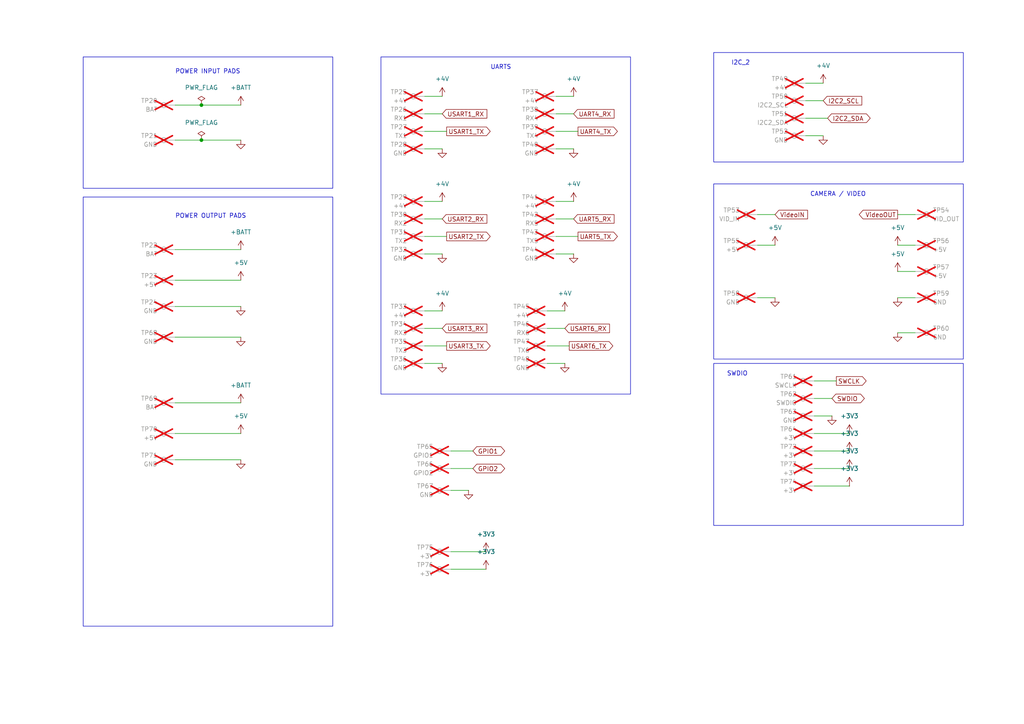
<source format=kicad_sch>
(kicad_sch (version 20231120) (generator "eeschema") (generator_version "8.0")
  (paper "A4")
  (lib_symbols
    (symbol "+5V_1" (power) (pin_numbers hide) (pin_names (offset 0) hide)
      (property "Value" "+5V" (at 0 3.556 0))
      (symbol "+5V_1_0_1"
        (polyline (pts (xy -0.762 1.27) (xy 0 2.54)))
        (polyline (pts (xy 0 0) (xy 0 2.54)))
        (polyline (pts (xy 0 2.54) (xy 0.762 1.27)))
      )
      (symbol "+5V_1_1_1"
        (pin power_in line (at 0 0 90) (length 0) (name "~") (number "1"))
      )
    )
    (symbol "Connector:TestPoint" (pin_numbers hide) (pin_names (offset 0.762) hide)
      (property "Reference" "TP" (at 0 6.858 0))
      (property "Value" "TestPoint" (at 0 5.08 0))
      (symbol "TestPoint_0_1"
        (circle (center 0 3.302) (radius 0.762))
      )
      (symbol "TestPoint_1_1"
        (pin passive line (at 0 0 90) (length 2.54) (name "1") (number "1"))
      )
    )
    (symbol "GND_2" (power) (pin_numbers hide) (pin_names (offset 0) hide)
      (property "Value" "GND" (at 0 -3.81 0))
      (symbol "GND_2_0_1"
        (polyline (pts (xy 0 0) (xy 0 -1.27) (xy 1.27 -1.27) (xy 0 -2.54) (xy -1.27 -1.27) (xy 0 -1.27)))
      )
      (symbol "GND_2_1_1"
        (pin power_in line (at 0 0 270) (length 0) (name "~") (number "1"))
      )
    )
    (symbol "power:+3V3" (power) (pin_numbers hide) (pin_names (offset 0) hide)
      (property "Value" "+3V3" (at 0 3.556 0))
      (symbol "+3V3_0_1"
        (polyline (pts (xy -0.762 1.27) (xy 0 2.54)))
        (polyline (pts (xy 0 0) (xy 0 2.54)))
        (polyline (pts (xy 0 2.54) (xy 0.762 1.27)))
      )
      (symbol "+3V3_1_1"
        (pin power_in line (at 0 0 90) (length 0) (name "~") (number "1"))
      )
    )
    (symbol "power:+4V" (power) (pin_numbers hide) (pin_names (offset 0) hide)
      (property "Value" "+4V" (at 0 3.556 0))
      (symbol "+4V_0_1"
        (polyline (pts (xy -0.762 1.27) (xy 0 2.54)))
        (polyline (pts (xy 0 0) (xy 0 2.54)))
        (polyline (pts (xy 0 2.54) (xy 0.762 1.27)))
      )
      (symbol "+4V_1_1"
        (pin power_in line (at 0 0 90) (length 0) (name "~") (number "1"))
      )
    )
    (symbol "power:+BATT" (power) (pin_numbers hide) (pin_names (offset 0) hide)
      (property "Value" "+BATT" (at 0 3.556 0))
      (symbol "+BATT_0_1"
        (polyline (pts (xy -0.762 1.27) (xy 0 2.54)))
        (polyline (pts (xy 0 0) (xy 0 2.54)))
        (polyline (pts (xy 0 2.54) (xy 0.762 1.27)))
      )
      (symbol "+BATT_1_1"
        (pin power_in line (at 0 0 90) (length 0) (name "~") (number "1"))
      )
    )
    (symbol "power:PWR_FLAG" (power) (pin_numbers hide) (pin_names (offset 0) hide)
      (property "Value" "PWR_FLAG" (at 0 3.81 0))
      (symbol "PWR_FLAG_0_0"
        (pin power_out line (at 0 0 90) (length 0) (name "~") (number "1"))
      )
      (symbol "PWR_FLAG_0_1"
        (polyline (pts (xy 0 0) (xy 0 1.27) (xy -1.016 1.905) (xy 0 2.54) (xy 1.016 1.905) (xy 0 1.27)))
      )
    )
  )
  (junction (at 58.42 30.48))
  (junction (at 58.42 40.64))
  (wire (pts (xy 236.22 120.65) (xy 241.3 120.65)))
  (wire (pts (xy 236.22 125.73) (xy 246.38 125.73)))
  (wire (pts (xy 165.1 100.33) (xy 158.75 100.33)))
  (wire (pts (xy 224.79 62.23) (xy 219.71 62.23)))
  (wire (pts (xy 260.35 86.36) (xy 265.43 86.36)))
  (wire (pts (xy 129.54 68.58) (xy 123.19 68.58)))
  (wire (pts (xy 123.19 58.42) (xy 128.27 58.42)))
  (wire (pts (xy 128.27 95.25) (xy 123.19 95.25)))
  (wire (pts (xy 129.54 38.1) (xy 123.19 38.1)))
  (wire (pts (xy 167.64 38.1) (xy 161.29 38.1)))
  (wire (pts (xy 260.35 78.74) (xy 265.43 78.74)))
  (wire (pts (xy 233.68 39.37) (xy 238.76 39.37)))
  (wire (pts (xy 50.8 88.9) (xy 69.85 88.9)))
  (wire (pts (xy 161.29 73.66) (xy 166.37 73.66)))
  (wire (pts (xy 260.35 71.12) (xy 265.43 71.12)))
  (wire (pts (xy 265.43 62.23) (xy 260.35 62.23)))
  (wire (pts (xy 236.22 140.97) (xy 246.38 140.97)))
  (wire (pts (xy 137.16 135.89) (xy 130.81 135.89)))
  (wire (pts (xy 240.03 34.29) (xy 233.68 34.29)))
  (wire (pts (xy 50.8 125.73) (xy 69.85 125.73)))
  (wire (pts (xy 161.29 27.94) (xy 166.37 27.94)))
  (wire (pts (xy 123.19 73.66) (xy 128.27 73.66)))
  (wire (pts (xy 50.8 40.64) (xy 58.42 40.64)))
  (wire (pts (xy 166.37 63.5) (xy 161.29 63.5)))
  (wire (pts (xy 236.22 135.89) (xy 246.38 135.89)))
  (wire (pts (xy 219.71 86.36) (xy 224.79 86.36)))
  (wire (pts (xy 161.29 43.18) (xy 166.37 43.18)))
  (wire (pts (xy 129.54 100.33) (xy 123.19 100.33)))
  (wire (pts (xy 161.29 58.42) (xy 166.37 58.42)))
  (wire (pts (xy 236.22 130.81) (xy 246.38 130.81)))
  (wire (pts (xy 128.27 63.5) (xy 123.19 63.5)))
  (wire (pts (xy 219.71 71.12) (xy 224.79 71.12)))
  (wire (pts (xy 128.27 33.02) (xy 123.19 33.02)))
  (wire (pts (xy 242.57 110.49) (xy 236.22 110.49)))
  (wire (pts (xy 50.8 133.35) (xy 69.85 133.35)))
  (wire (pts (xy 158.75 105.41) (xy 163.83 105.41)))
  (wire (pts (xy 123.19 43.18) (xy 128.27 43.18)))
  (wire (pts (xy 50.8 30.48) (xy 58.42 30.48)))
  (wire (pts (xy 158.75 90.17) (xy 163.83 90.17)))
  (wire (pts (xy 241.3 115.57) (xy 236.22 115.57)))
  (wire (pts (xy 58.42 40.64) (xy 69.85 40.64)))
  (wire (pts (xy 233.68 24.13) (xy 238.76 24.13)))
  (wire (pts (xy 50.8 97.79) (xy 69.85 97.79)))
  (wire (pts (xy 130.81 160.02) (xy 140.97 160.02)))
  (wire (pts (xy 123.19 27.94) (xy 128.27 27.94)))
  (wire (pts (xy 130.81 142.24) (xy 135.89 142.24)))
  (wire (pts (xy 260.35 96.52) (xy 265.43 96.52)))
  (wire (pts (xy 130.81 165.1) (xy 140.97 165.1)))
  (wire (pts (xy 50.8 116.84) (xy 69.85 116.84)))
  (wire (pts (xy 58.42 30.48) (xy 69.85 30.48)))
  (wire (pts (xy 50.8 81.28) (xy 69.85 81.28)))
  (wire (pts (xy 123.19 105.41) (xy 128.27 105.41)))
  (wire (pts (xy 50.8 72.39) (xy 69.85 72.39)))
  (wire (pts (xy 123.19 90.17) (xy 128.27 90.17)))
  (wire (pts (xy 166.37 33.02) (xy 161.29 33.02)))
  (wire (pts (xy 238.76 29.21) (xy 233.68 29.21)))
  (wire (pts (xy 137.16 130.81) (xy 130.81 130.81)))
  (wire (pts (xy 163.83 95.25) (xy 158.75 95.25)))
  (wire (pts (xy 167.64 68.58) (xy 161.29 68.58)))
  (rectangle (start 110.49 16.51) (end 182.88 114.3))
  (rectangle (start 24.13 57.15) (end 96.52 181.61))
  (rectangle (start 207.01 105.41) (end 279.4 152.4))
  (rectangle (start 24.13 16.51) (end 96.52 54.61))
  (rectangle (start 207.01 53.34) (end 279.4 104.14))
  (rectangle (start 207.01 15.24) (end 279.4 46.99))
  (text "I2C_2" (at 212.09 19.05 0) (effects (font (size 1.27 1.27)) (justify left bottom)))
  (text "POWER OUTPUT PADS" (at 50.8 63.5 0) (effects (font (size 1.27 1.27)) (justify left bottom)))
  (text "UARTS" (at 142.24 20.32 0) (effects (font (size 1.27 1.27)) (justify left bottom)))
  (text "CAMERA / VIDEO" (at 234.95 57.15 0) (effects (font (size 1.27 1.27)) (justify left bottom)))
  (text "POWER INPUT PADS" (at 50.8 21.59 0) (effects (font (size 1.27 1.27)) (justify left bottom)))
  (text "SWDIO" (at 210.82 109.22 0) (effects (font (size 1.27 1.27)) (justify left bottom)))
  (global_label "UART4_RX" (shape input) (at 166.37 33.02 0) (property "Intersheetrefs" "${INTERSHEET_REFS}" (effects (hide yes))))
  (global_label "USART6_TX" (shape output) (at 165.1 100.33 0) (property "Intersheetrefs" "${INTERSHEET_REFS}" (effects (hide yes))))
  (global_label "GPIO1" (shape bidirectional) (at 137.16 130.81 0) (property "Intersheetrefs" "${INTERSHEET_REFS}" (effects (hide yes))))
  (global_label "GPIO2" (shape bidirectional) (at 137.16 135.89 0) (property "Intersheetrefs" "${INTERSHEET_REFS}" (effects (hide yes))))
  (global_label "I2C2_SCL" (shape input) (at 238.76 29.21 0) (property "Intersheetrefs" "${INTERSHEET_REFS}" (effects (hide yes))))
  (global_label "UART4_TX" (shape output) (at 167.64 38.1 0) (property "Intersheetrefs" "${INTERSHEET_REFS}" (effects (hide yes))))
  (global_label "SWCLK" (shape output) (at 242.57 110.49 0) (property "Intersheetrefs" "${INTERSHEET_REFS}" (effects (hide yes))))
  (global_label "VideoOUT" (shape output) (at 260.35 62.23 180) (property "Intersheetrefs" "${INTERSHEET_REFS}" (effects (hide yes))))
  (global_label "USART1_TX" (shape output) (at 129.54 38.1 0) (property "Intersheetrefs" "${INTERSHEET_REFS}" (effects (hide yes))))
  (global_label "I2C2_SDA" (shape bidirectional) (at 240.03 34.29 0) (property "Intersheetrefs" "${INTERSHEET_REFS}" (effects (hide yes))))
  (global_label "USART2_RX" (shape input) (at 128.27 63.5 0) (property "Intersheetrefs" "${INTERSHEET_REFS}" (effects (hide yes))))
  (global_label "USART3_TX" (shape output) (at 129.54 100.33 0) (property "Intersheetrefs" "${INTERSHEET_REFS}" (effects (hide yes))))
  (global_label "SWDIO" (shape bidirectional) (at 241.3 115.57 0) (property "Intersheetrefs" "${INTERSHEET_REFS}" (effects (hide yes))))
  (global_label "USART1_RX" (shape input) (at 128.27 33.02 0) (property "Intersheetrefs" "${INTERSHEET_REFS}" (effects (hide yes))))
  (global_label "USART3_RX" (shape input) (at 128.27 95.25 0) (property "Intersheetrefs" "${INTERSHEET_REFS}" (effects (hide yes))))
  (global_label "VideoIN" (shape input) (at 224.79 62.23 0) (property "Intersheetrefs" "${INTERSHEET_REFS}" (effects (hide yes))))
  (global_label "UART5_RX" (shape input) (at 166.37 63.5 0) (property "Intersheetrefs" "${INTERSHEET_REFS}" (effects (hide yes))))
  (global_label "USART2_TX" (shape output) (at 129.54 68.58 0) (property "Intersheetrefs" "${INTERSHEET_REFS}" (effects (hide yes))))
  (global_label "UART5_TX" (shape output) (at 167.64 68.58 0) (property "Intersheetrefs" "${INTERSHEET_REFS}" (effects (hide yes))))
  (global_label "USART6_RX" (shape input) (at 163.83 95.25 0) (property "Intersheetrefs" "${INTERSHEET_REFS}" (effects (hide yes))))
  (symbol (lib_id "Connector:TestPoint") (at 123.19 58.42 90) (unit 1) (dnp yes)
    (property "Reference" "TP29" (at 118.11 57.15 90) (effects (justify left)))
    (property "Value" "+4V" (at 118.11 59.69 90) (effects (justify left)))
    (property "Footprint" "Project:TestPoint_Pad_1.0x1.5mm" (effects (hide yes)))
    (property "Note" "DNP" (effects (hide yes)))
    (property "Assemby" "Copper pad: no assembly required" (effects (hide yes)))
  )
  (symbol (lib_id "Connector:TestPoint") (at 50.8 97.79 90) (unit 1) (dnp yes)
    (property "Reference" "TP68" (at 45.72 96.52 90) (effects (justify left)))
    (property "Value" "GND" (at 45.72 99.06 90) (effects (justify left)))
    (property "Footprint" "Project:TestPoint_Pad_1.0x1.5mm" (effects (hide yes)))
    (property "Note" "DNP" (effects (hide yes)))
    (property "Assemby" "Copper pad: no assembly required" (effects (hide yes)))
  )
  (symbol (lib_id "Connector:TestPoint") (at 265.43 96.52 270) (mirror x) (unit 1) (dnp yes)
    (property "Reference" "TP60" (at 270.51 95.25 90) (effects (justify left)))
    (property "Value" "GND" (at 270.51 97.79 90) (effects (justify left)))
    (property "Footprint" "Project:TestPoint_Pad_1.0x1.5mm" (effects (hide yes)))
    (property "Note" "DNP" (effects (hide yes)))
    (property "Assemby" "Copper pad: no assembly required" (effects (hide yes)))
  )
  (symbol (lib_id "Connector:TestPoint") (at 236.22 130.81 90) (unit 1) (dnp yes)
    (property "Reference" "TP72" (at 231.14 129.54 90) (effects (justify left)))
    (property "Value" "+3V" (at 231.14 132.08 90) (effects (justify left)))
    (property "Footprint" "Project:TestPoint_Pad_1.0x1.5mm" (effects (hide yes)))
    (property "Note" "DNP" (effects (hide yes)))
    (property "Assemby" "Copper pad: no assembly required" (effects (hide yes)))
  )
  (symbol (lib_id "Connector:TestPoint") (at 158.75 90.17 90) (unit 1) (dnp yes)
    (property "Reference" "TP45" (at 153.67 88.9 90) (effects (justify left)))
    (property "Value" "+4V" (at 153.67 91.44 90) (effects (justify left)))
    (property "Footprint" "Project:TestPoint_Pad_1.0x1.5mm" (effects (hide yes)))
    (property "Note" "DNP" (effects (hide yes)))
    (property "Assemby" "Copper pad: no assembly required" (effects (hide yes)))
  )
  (symbol (lib_name "+5V_1") (lib_id "power:+5V") (at 260.35 78.74 0) (unit 1)
    (property "Reference" "#PWR0149" (effects (hide yes)))
    (property "Value" "+5V" (at 260.35 73.66 0))
    (property "Description" "Power symbol creates a global label with name \"+5V\"" (effects (hide yes)))
  )
  (symbol (lib_name "GND_2") (lib_id "power:GND") (at 260.35 96.52 0) (unit 1)
    (property "Reference" "#PWR0132" (effects (hide yes)))
    (property "Value" "GND" (effects (hide yes)))
    (property "Description" "Power symbol creates a global label with name \"GND\" , ground" (effects (hide yes)))
  )
  (symbol (lib_id "Connector:TestPoint") (at 130.81 130.81 90) (unit 1) (dnp yes)
    (property "Reference" "TP65" (at 125.73 129.54 90) (effects (justify left)))
    (property "Value" "GPIO1" (at 125.73 132.08 90) (effects (justify left)))
    (property "Footprint" "Project:TestPoint_Pad_1.0x1.5mm" (effects (hide yes)))
    (property "Note" "DNP" (effects (hide yes)))
    (property "Assemby" "Copper pad: no assembly required" (effects (hide yes)))
  )
  (symbol (lib_name "GND_2") (lib_id "power:GND") (at 128.27 105.41 0) (unit 1)
    (property "Reference" "#PWR0126" (effects (hide yes)))
    (property "Value" "GND" (effects (hide yes)))
    (property "Description" "Power symbol creates a global label with name \"GND\" , ground" (effects (hide yes)))
  )
  (symbol (lib_id "Connector:TestPoint") (at 50.8 133.35 90) (unit 1) (dnp yes)
    (property "Reference" "TP71" (at 45.72 132.08 90) (effects (justify left)))
    (property "Value" "GND" (at 45.72 134.62 90) (effects (justify left)))
    (property "Footprint" "Project:TestPoint_Pad_1.0x1.5mm" (effects (hide yes)))
    (property "Note" "DNP" (effects (hide yes)))
    (property "Assemby" "Copper pad: no assembly required" (effects (hide yes)))
  )
  (symbol (lib_id "Connector:TestPoint") (at 236.22 125.73 90) (unit 1) (dnp yes)
    (property "Reference" "TP64" (at 231.14 124.46 90) (effects (justify left)))
    (property "Value" "+3V" (at 231.14 127 90) (effects (justify left)))
    (property "Footprint" "Project:TestPoint_Pad_1.0x1.5mm" (effects (hide yes)))
    (property "Note" "DNP" (effects (hide yes)))
    (property "Assemby" "Copper pad: no assembly required" (effects (hide yes)))
  )
  (symbol (lib_id "Connector:TestPoint") (at 123.19 43.18 90) (unit 1) (dnp yes)
    (property "Reference" "TP28" (at 118.11 41.91 90) (effects (justify left)))
    (property "Value" "GND" (at 118.11 44.45 90) (effects (justify left)))
    (property "Footprint" "Project:TestPoint_Pad_1.0x1.5mm" (effects (hide yes)))
    (property "Note" "DNP" (effects (hide yes)))
    (property "Assemby" "Copper pad: no assembly required" (effects (hide yes)))
  )
  (symbol (lib_id "power:+BATT") (at 69.85 116.84 0) (unit 1)
    (property "Reference" "#PWR017" (effects (hide yes)))
    (property "Value" "+BATT" (at 69.85 111.76 0))
    (property "Description" "Power symbol creates a global label with name \"+BATT\"" (effects (hide yes)))
  )
  (symbol (lib_name "GND_2") (lib_id "power:GND") (at 69.85 97.79 0) (unit 1)
    (property "Reference" "#PWR0124" (effects (hide yes)))
    (property "Value" "GND" (effects (hide yes)))
    (property "Description" "Power symbol creates a global label with name \"GND\" , ground" (effects (hide yes)))
  )
  (symbol (lib_id "Connector:TestPoint") (at 236.22 115.57 90) (unit 1) (dnp yes)
    (property "Reference" "TP62" (at 231.14 114.3 90) (effects (justify left)))
    (property "Value" "SWDIO" (at 231.14 116.84 90) (effects (justify left)))
    (property "Footprint" "Project:TestPoint_Pad_1.0x1.5mm" (effects (hide yes)))
    (property "Note" "DNP" (effects (hide yes)))
    (property "Assemby" "Copper pad: no assembly required" (effects (hide yes)))
  )
  (symbol (lib_id "Connector:TestPoint") (at 130.81 135.89 90) (unit 1) (dnp yes)
    (property "Reference" "TP66" (at 125.73 134.62 90) (effects (justify left)))
    (property "Value" "GPIO2" (at 125.73 137.16 90) (effects (justify left)))
    (property "Footprint" "Project:TestPoint_Pad_1.0x1.5mm" (effects (hide yes)))
    (property "Note" "DNP" (effects (hide yes)))
    (property "Assemby" "Copper pad: no assembly required" (effects (hide yes)))
  )
  (symbol (lib_id "Connector:TestPoint") (at 123.19 100.33 90) (unit 1) (dnp yes)
    (property "Reference" "TP35" (at 118.11 99.06 90) (effects (justify left)))
    (property "Value" "TX3" (at 118.11 101.6 90) (effects (justify left)))
    (property "Footprint" "Project:TestPoint_Pad_1.0x1.5mm" (effects (hide yes)))
    (property "Note" "DNP" (effects (hide yes)))
    (property "Assemby" "Copper pad: no assembly required" (effects (hide yes)))
  )
  (symbol (lib_id "power:+3V3") (at 246.38 140.97 0) (unit 1)
    (property "Reference" "#PWR0150" (effects (hide yes)))
    (property "Value" "+3V3" (at 246.38 135.89 0))
    (property "Description" "Power symbol creates a global label with name \"+3V3\"" (effects (hide yes)))
  )
  (symbol (lib_name "GND_2") (lib_id "power:GND") (at 166.37 43.18 0) (unit 1)
    (property "Reference" "#PWR0131" (effects (hide yes)))
    (property "Value" "GND" (effects (hide yes)))
    (property "Description" "Power symbol creates a global label with name \"GND\" , ground" (effects (hide yes)))
  )
  (symbol (lib_id "Connector:TestPoint") (at 265.43 86.36 270) (mirror x) (unit 1) (dnp yes)
    (property "Reference" "TP59" (at 270.51 85.09 90) (effects (justify left)))
    (property "Value" "GND" (at 270.51 87.63 90) (effects (justify left)))
    (property "Footprint" "Project:TestPoint_Pad_1.0x1.5mm" (effects (hide yes)))
    (property "Note" "DNP" (effects (hide yes)))
    (property "Assemby" "Copper pad: no assembly required" (effects (hide yes)))
  )
  (symbol (lib_name "GND_2") (lib_id "power:GND") (at 128.27 43.18 0) (unit 1)
    (property "Reference" "#PWR0130" (effects (hide yes)))
    (property "Value" "GND" (effects (hide yes)))
    (property "Description" "Power symbol creates a global label with name \"GND\" , ground" (effects (hide yes)))
  )
  (symbol (lib_id "Connector:TestPoint") (at 130.81 142.24 90) (unit 1) (dnp yes)
    (property "Reference" "TP67" (at 125.73 140.97 90) (effects (justify left)))
    (property "Value" "GND" (at 125.73 143.51 90) (effects (justify left)))
    (property "Footprint" "Project:TestPoint_Pad_1.0x1.5mm" (effects (hide yes)))
    (property "Note" "DNP" (effects (hide yes)))
    (property "Assemby" "Copper pad: no assembly required" (effects (hide yes)))
  )
  (symbol (lib_id "power:+3V3") (at 140.97 160.02 0) (unit 1)
    (property "Reference" "#PWR031" (effects (hide yes)))
    (property "Value" "+3V3" (at 140.97 154.94 0))
    (property "Description" "Power symbol creates a global label with name \"+3V3\"" (effects (hide yes)))
  )
  (symbol (lib_id "Connector:TestPoint") (at 50.8 72.39 90) (unit 1) (dnp yes)
    (property "Reference" "TP22" (at 45.72 71.12 90) (effects (justify left)))
    (property "Value" "BAT" (at 45.72 73.66 90) (effects (justify left)))
    (property "Footprint" "Project:TestPoint_Pad_1.0x1.5mm" (effects (hide yes)))
    (property "Note" "DNP" (effects (hide yes)))
    (property "Assemby" "Copper pad: no assembly required" (effects (hide yes)))
  )
  (symbol (lib_id "Connector:TestPoint") (at 130.81 160.02 90) (unit 1) (dnp yes)
    (property "Reference" "TP75" (at 125.73 158.75 90) (effects (justify left)))
    (property "Value" "+3V" (at 125.73 161.29 90) (effects (justify left)))
    (property "Footprint" "Project:TestPoint_Pad_1.0x1.5mm" (effects (hide yes)))
    (property "Note" "DNP" (effects (hide yes)))
    (property "Assemby" "Copper pad: no assembly required" (effects (hide yes)))
  )
  (symbol (lib_id "Connector:TestPoint") (at 161.29 43.18 90) (unit 1) (dnp yes)
    (property "Reference" "TP40" (at 156.21 41.91 90) (effects (justify left)))
    (property "Value" "GND" (at 156.21 44.45 90) (effects (justify left)))
    (property "Footprint" "Project:TestPoint_Pad_1.0x1.5mm" (effects (hide yes)))
    (property "Note" "DNP" (effects (hide yes)))
    (property "Assemby" "Copper pad: no assembly required" (effects (hide yes)))
  )
  (symbol (lib_id "Connector:TestPoint") (at 219.71 71.12 90) (unit 1) (dnp yes)
    (property "Reference" "TP55" (at 214.63 69.85 90) (effects (justify left)))
    (property "Value" "+5V" (at 214.63 72.39 90) (effects (justify left)))
    (property "Footprint" "Project:TestPoint_Pad_1.0x1.5mm" (effects (hide yes)))
    (property "Note" "DNP" (effects (hide yes)))
    (property "Assemby" "Copper pad: no assembly required" (effects (hide yes)))
  )
  (symbol (lib_id "Connector:TestPoint") (at 123.19 33.02 90) (unit 1) (dnp yes)
    (property "Reference" "TP26" (at 118.11 31.75 90) (effects (justify left)))
    (property "Value" "RX1" (at 118.11 34.29 90) (effects (justify left)))
    (property "Footprint" "Project:TestPoint_Pad_1.0x1.5mm" (effects (hide yes)))
    (property "Note" "DNP" (effects (hide yes)))
    (property "Assemby" "Copper pad: no assembly required" (effects (hide yes)))
  )
  (symbol (lib_name "GND_2") (lib_id "power:GND") (at 163.83 105.41 0) (unit 1)
    (property "Reference" "#PWR0127" (effects (hide yes)))
    (property "Value" "GND" (effects (hide yes)))
    (property "Description" "Power symbol creates a global label with name \"GND\" , ground" (effects (hide yes)))
  )
  (symbol (lib_id "power:PWR_FLAG") (at 58.42 40.64 0) (unit 1)
    (property "Reference" "#FLG07" (effects (hide yes)))
    (property "Value" "PWR_FLAG" (at 58.42 35.56 0))
    (property "Description" "Special symbol for telling ERC where power comes from" (effects (hide yes)))
  )
  (symbol (lib_id "Connector:TestPoint") (at 236.22 140.97 90) (unit 1) (dnp yes)
    (property "Reference" "TP74" (at 231.14 139.7 90) (effects (justify left)))
    (property "Value" "+3V" (at 231.14 142.24 90) (effects (justify left)))
    (property "Footprint" "Project:TestPoint_Pad_1.0x1.5mm" (effects (hide yes)))
    (property "Note" "DNP" (effects (hide yes)))
    (property "Assemby" "Copper pad: no assembly required" (effects (hide yes)))
  )
  (symbol (lib_name "GND_2") (lib_id "power:GND") (at 69.85 133.35 0) (unit 1)
    (property "Reference" "#PWR019" (effects (hide yes)))
    (property "Value" "GND" (effects (hide yes)))
    (property "Description" "Power symbol creates a global label with name \"GND\" , ground" (effects (hide yes)))
  )
  (symbol (lib_id "Connector:TestPoint") (at 265.43 78.74 270) (mirror x) (unit 1) (dnp yes)
    (property "Reference" "TP57" (at 270.51 77.47 90) (effects (justify left)))
    (property "Value" "+5V" (at 270.51 80.01 90) (effects (justify left)))
    (property "Footprint" "Project:TestPoint_Pad_1.0x1.5mm" (effects (hide yes)))
    (property "Note" "DNP" (effects (hide yes)))
    (property "Assemby" "Copper pad: no assembly required" (effects (hide yes)))
  )
  (symbol (lib_id "Connector:TestPoint") (at 123.19 90.17 90) (unit 1) (dnp yes)
    (property "Reference" "TP33" (at 118.11 88.9 90) (effects (justify left)))
    (property "Value" "+4V" (at 118.11 91.44 90) (effects (justify left)))
    (property "Footprint" "Project:TestPoint_Pad_1.0x1.5mm" (effects (hide yes)))
    (property "Note" "DNP" (effects (hide yes)))
    (property "Assemby" "Copper pad: no assembly required" (effects (hide yes)))
  )
  (symbol (lib_id "power:PWR_FLAG") (at 58.42 30.48 0) (unit 1)
    (property "Reference" "#FLG06" (effects (hide yes)))
    (property "Value" "PWR_FLAG" (at 58.42 25.4 0))
    (property "Description" "Special symbol for telling ERC where power comes from" (effects (hide yes)))
  )
  (symbol (lib_id "Connector:TestPoint") (at 123.19 38.1 90) (unit 1) (dnp yes)
    (property "Reference" "TP27" (at 118.11 36.83 90) (effects (justify left)))
    (property "Value" "TX1" (at 118.11 39.37 90) (effects (justify left)))
    (property "Footprint" "Project:TestPoint_Pad_1.0x1.5mm" (effects (hide yes)))
    (property "Note" "DNP" (effects (hide yes)))
    (property "Assemby" "Copper pad: no assembly required" (effects (hide yes)))
  )
  (symbol (lib_id "Connector:TestPoint") (at 161.29 73.66 90) (unit 1) (dnp yes)
    (property "Reference" "TP44" (at 156.21 72.39 90) (effects (justify left)))
    (property "Value" "GND" (at 156.21 74.93 90) (effects (justify left)))
    (property "Footprint" "Project:TestPoint_Pad_1.0x1.5mm" (effects (hide yes)))
    (property "Note" "DNP" (effects (hide yes)))
    (property "Assemby" "Copper pad: no assembly required" (effects (hide yes)))
  )
  (symbol (lib_name "+5V_1") (lib_id "power:+5V") (at 69.85 81.28 0) (unit 1)
    (property "Reference" "#PWR0146" (effects (hide yes)))
    (property "Value" "+5V" (at 69.85 76.2 0))
    (property "Description" "Power symbol creates a global label with name \"+5V\"" (effects (hide yes)))
  )
  (symbol (lib_id "Connector:TestPoint") (at 130.81 165.1 90) (unit 1) (dnp yes)
    (property "Reference" "TP76" (at 125.73 163.83 90) (effects (justify left)))
    (property "Value" "+3V" (at 125.73 166.37 90) (effects (justify left)))
    (property "Footprint" "Project:TestPoint_Pad_1.0x1.5mm" (effects (hide yes)))
    (property "Note" "DNP" (effects (hide yes)))
    (property "Assemby" "Copper pad: no assembly required" (effects (hide yes)))
  )
  (symbol (lib_id "power:+3V3") (at 246.38 130.81 0) (unit 1)
    (property "Reference" "#PWR022" (effects (hide yes)))
    (property "Value" "+3V3" (at 246.38 125.73 0))
    (property "Description" "Power symbol creates a global label with name \"+3V3\"" (effects (hide yes)))
  )
  (symbol (lib_id "Connector:TestPoint") (at 123.19 73.66 90) (unit 1) (dnp yes)
    (property "Reference" "TP32" (at 118.11 72.39 90) (effects (justify left)))
    (property "Value" "GND" (at 118.11 74.93 90) (effects (justify left)))
    (property "Footprint" "Project:TestPoint_Pad_1.0x1.5mm" (effects (hide yes)))
    (property "Note" "DNP" (effects (hide yes)))
    (property "Assemby" "Copper pad: no assembly required" (effects (hide yes)))
  )
  (symbol (lib_id "Connector:TestPoint") (at 50.8 116.84 90) (unit 1) (dnp yes)
    (property "Reference" "TP69" (at 45.72 115.57 90) (effects (justify left)))
    (property "Value" "BAT" (at 45.72 118.11 90) (effects (justify left)))
    (property "Footprint" "Project:TestPoint_Pad_1.0x1.5mm" (effects (hide yes)))
    (property "Note" "DNP" (effects (hide yes)))
    (property "Assemby" "Copper pad: no assembly required" (effects (hide yes)))
  )
  (symbol (lib_id "Connector:TestPoint") (at 219.71 86.36 90) (unit 1) (dnp yes)
    (property "Reference" "TP58" (at 214.63 85.09 90) (effects (justify left)))
    (property "Value" "GND" (at 214.63 87.63 90) (effects (justify left)))
    (property "Footprint" "Project:TestPoint_Pad_1.0x1.5mm" (effects (hide yes)))
    (property "Note" "DNP" (effects (hide yes)))
    (property "Assemby" "Copper pad: no assembly required" (effects (hide yes)))
  )
  (symbol (lib_id "Connector:TestPoint") (at 161.29 68.58 90) (unit 1) (dnp yes)
    (property "Reference" "TP43" (at 156.21 67.31 90) (effects (justify left)))
    (property "Value" "TX5" (at 156.21 69.85 90) (effects (justify left)))
    (property "Footprint" "Project:TestPoint_Pad_1.0x1.5mm" (effects (hide yes)))
    (property "Note" "DNP" (effects (hide yes)))
    (property "Assemby" "Copper pad: no assembly required" (effects (hide yes)))
  )
  (symbol (lib_id "Connector:TestPoint") (at 265.43 71.12 270) (mirror x) (unit 1) (dnp yes)
    (property "Reference" "TP56" (at 270.51 69.85 90) (effects (justify left)))
    (property "Value" "+5V" (at 270.51 72.39 90) (effects (justify left)))
    (property "Footprint" "Project:TestPoint_Pad_1.0x1.5mm" (effects (hide yes)))
    (property "Note" "DNP" (effects (hide yes)))
    (property "Assemby" "Copper pad: no assembly required" (effects (hide yes)))
  )
  (symbol (lib_id "Connector:TestPoint") (at 236.22 110.49 90) (unit 1) (dnp yes)
    (property "Reference" "TP61" (at 231.14 109.22 90) (effects (justify left)))
    (property "Value" "SWCLK" (at 231.14 111.76 90) (effects (justify left)))
    (property "Footprint" "Project:TestPoint_Pad_1.0x1.5mm" (effects (hide yes)))
    (property "Note" "DNP" (effects (hide yes)))
    (property "Assemby" "Copper pad: no assembly required" (effects (hide yes)))
  )
  (symbol (lib_id "power:+3V3") (at 140.97 165.1 0) (unit 1)
    (property "Reference" "#PWR032" (effects (hide yes)))
    (property "Value" "+3V3" (at 140.97 160.02 0))
    (property "Description" "Power symbol creates a global label with name \"+3V3\"" (effects (hide yes)))
  )
  (symbol (lib_id "Connector:TestPoint") (at 123.19 27.94 90) (unit 1) (dnp yes)
    (property "Reference" "TP25" (at 118.11 26.67 90) (effects (justify left)))
    (property "Value" "+4V" (at 118.11 29.21 90) (effects (justify left)))
    (property "Footprint" "Project:TestPoint_Pad_1.0x1.5mm" (effects (hide yes)))
    (property "Note" "DNP" (effects (hide yes)))
    (property "Assemby" "Copper pad: no assembly required" (effects (hide yes)))
  )
  (symbol (lib_id "Connector:TestPoint") (at 233.68 24.13 90) (unit 1) (dnp yes)
    (property "Reference" "TP49" (at 228.6 22.86 90) (effects (justify left)))
    (property "Value" "+4V" (at 228.6 25.4 90) (effects (justify left)))
    (property "Footprint" "Project:TestPoint_Pad_1.0x1.5mm" (effects (hide yes)))
    (property "Note" "DNP" (effects (hide yes)))
    (property "Assemby" "Copper pad: no assembly required" (effects (hide yes)))
  )
  (symbol (lib_id "Connector:TestPoint") (at 123.19 95.25 90) (unit 1) (dnp yes)
    (property "Reference" "TP34" (at 118.11 93.98 90) (effects (justify left)))
    (property "Value" "RX3" (at 118.11 96.52 90) (effects (justify left)))
    (property "Footprint" "Project:TestPoint_Pad_1.0x1.5mm" (effects (hide yes)))
    (property "Note" "DNP" (effects (hide yes)))
    (property "Assemby" "Copper pad: no assembly required" (effects (hide yes)))
  )
  (symbol (lib_id "Connector:TestPoint") (at 265.43 62.23 270) (mirror x) (unit 1) (dnp yes)
    (property "Reference" "TP54" (at 270.51 60.96 90) (effects (justify left)))
    (property "Value" "VID_OUT" (at 270.51 63.5 90) (effects (justify left)))
    (property "Footprint" "Project:TestPoint_Pad_1.0x1.5mm" (effects (hide yes)))
    (property "Note" "DNP" (effects (hide yes)))
    (property "Assemby" "Copper pad: no assembly required" (effects (hide yes)))
  )
  (symbol (lib_name "GND_2") (lib_id "power:GND") (at 166.37 73.66 0) (unit 1)
    (property "Reference" "#PWR0129" (effects (hide yes)))
    (property "Value" "GND" (effects (hide yes)))
    (property "Description" "Power symbol creates a global label with name \"GND\" , ground" (effects (hide yes)))
  )
  (symbol (lib_id "Connector:TestPoint") (at 123.19 68.58 90) (unit 1) (dnp yes)
    (property "Reference" "TP31" (at 118.11 67.31 90) (effects (justify left)))
    (property "Value" "TX2" (at 118.11 69.85 90) (effects (justify left)))
    (property "Footprint" "Project:TestPoint_Pad_1.0x1.5mm" (effects (hide yes)))
    (property "Note" "DNP" (effects (hide yes)))
    (property "Assemby" "Copper pad: no assembly required" (effects (hide yes)))
  )
  (symbol (lib_id "Connector:TestPoint") (at 158.75 100.33 90) (unit 1) (dnp yes)
    (property "Reference" "TP47" (at 153.67 99.06 90) (effects (justify left)))
    (property "Value" "TX6" (at 153.67 101.6 90) (effects (justify left)))
    (property "Footprint" "Project:TestPoint_Pad_1.0x1.5mm" (effects (hide yes)))
    (property "Note" "DNP" (effects (hide yes)))
    (property "Assemby" "Copper pad: no assembly required" (effects (hide yes)))
  )
  (symbol (lib_id "Connector:TestPoint") (at 123.19 105.41 90) (unit 1) (dnp yes)
    (property "Reference" "TP36" (at 118.11 104.14 90) (effects (justify left)))
    (property "Value" "GND" (at 118.11 106.68 90) (effects (justify left)))
    (property "Footprint" "Project:TestPoint_Pad_1.0x1.5mm" (effects (hide yes)))
    (property "Note" "DNP" (effects (hide yes)))
    (property "Assemby" "Copper pad: no assembly required" (effects (hide yes)))
  )
  (symbol (lib_name "GND_2") (lib_id "power:GND") (at 224.79 86.36 0) (unit 1)
    (property "Reference" "#PWR0134" (effects (hide yes)))
    (property "Value" "GND" (effects (hide yes)))
    (property "Description" "Power symbol creates a global label with name \"GND\" , ground" (effects (hide yes)))
  )
  (symbol (lib_name "+5V_1") (lib_id "power:+5V") (at 224.79 71.12 0) (unit 1)
    (property "Reference" "#PWR0147" (effects (hide yes)))
    (property "Value" "+5V" (at 224.79 66.04 0))
    (property "Description" "Power symbol creates a global label with name \"+5V\"" (effects (hide yes)))
  )
  (symbol (lib_name "+5V_1") (lib_id "power:+5V") (at 69.85 125.73 0) (unit 1)
    (property "Reference" "#PWR018" (effects (hide yes)))
    (property "Value" "+5V" (at 69.85 120.65 0))
    (property "Description" "Power symbol creates a global label with name \"+5V\"" (effects (hide yes)))
  )
  (symbol (lib_id "power:+4V") (at 128.27 27.94 0) (unit 1)
    (property "Reference" "#PWR0138" (effects (hide yes)))
    (property "Value" "+4V" (at 128.27 22.86 0))
    (property "Description" "Power symbol creates a global label with name \"+4V\"" (effects (hide yes)))
  )
  (symbol (lib_name "GND_2") (lib_id "power:GND") (at 238.76 39.37 0) (unit 1)
    (property "Reference" "#PWR0135" (effects (hide yes)))
    (property "Value" "GND" (effects (hide yes)))
    (property "Description" "Power symbol creates a global label with name \"GND\" , ground" (effects (hide yes)))
  )
  (symbol (lib_id "Connector:TestPoint") (at 158.75 105.41 90) (unit 1) (dnp yes)
    (property "Reference" "TP48" (at 153.67 104.14 90) (effects (justify left)))
    (property "Value" "GND" (at 153.67 106.68 90) (effects (justify left)))
    (property "Footprint" "Project:TestPoint_Pad_1.0x1.5mm" (effects (hide yes)))
    (property "Note" "DNP" (effects (hide yes)))
    (property "Assemby" "Copper pad: no assembly required" (effects (hide yes)))
  )
  (symbol (lib_id "power:+4V") (at 128.27 58.42 0) (unit 1)
    (property "Reference" "#PWR0140" (effects (hide yes)))
    (property "Value" "+4V" (at 128.27 53.34 0))
    (property "Description" "Power symbol creates a global label with name \"+4V\"" (effects (hide yes)))
  )
  (symbol (lib_id "power:+4V") (at 166.37 58.42 0) (unit 1)
    (property "Reference" "#PWR0141" (effects (hide yes)))
    (property "Value" "+4V" (at 166.37 53.34 0))
    (property "Description" "Power symbol creates a global label with name \"+4V\"" (effects (hide yes)))
  )
  (symbol (lib_id "power:+4V") (at 128.27 90.17 0) (unit 1)
    (property "Reference" "#PWR0142" (effects (hide yes)))
    (property "Value" "+4V" (at 128.27 85.09 0))
    (property "Description" "Power symbol creates a global label with name \"+4V\"" (effects (hide yes)))
  )
  (symbol (lib_id "power:+3V3") (at 246.38 125.73 0) (unit 1)
    (property "Reference" "#PWR021" (effects (hide yes)))
    (property "Value" "+3V3" (at 246.38 120.65 0))
    (property "Description" "Power symbol creates a global label with name \"+3V3\"" (effects (hide yes)))
  )
  (symbol (lib_id "Connector:TestPoint") (at 50.8 81.28 90) (unit 1) (dnp yes)
    (property "Reference" "TP23" (at 45.72 80.01 90) (effects (justify left)))
    (property "Value" "+5V" (at 45.72 82.55 90) (effects (justify left)))
    (property "Footprint" "Project:TestPoint_Pad_1.0x1.5mm" (effects (hide yes)))
    (property "Note" "DNP" (effects (hide yes)))
    (property "Assemby" "Copper pad: no assembly required" (effects (hide yes)))
  )
  (symbol (lib_id "Connector:TestPoint") (at 233.68 34.29 90) (unit 1) (dnp yes)
    (property "Reference" "TP51" (at 228.6 33.02 90) (effects (justify left)))
    (property "Value" "I2C2_SDA" (at 228.6 35.56 90) (effects (justify left)))
    (property "Footprint" "Project:TestPoint_Pad_1.0x1.5mm" (effects (hide yes)))
    (property "Note" "DNP" (effects (hide yes)))
    (property "Assemby" "Copper pad: no assembly required" (effects (hide yes)))
  )
  (symbol (lib_id "Connector:TestPoint") (at 233.68 39.37 90) (unit 1) (dnp yes)
    (property "Reference" "TP52" (at 228.6 38.1 90) (effects (justify left)))
    (property "Value" "GND" (at 228.6 40.64 90) (effects (justify left)))
    (property "Footprint" "Project:TestPoint_Pad_1.0x1.5mm" (effects (hide yes)))
    (property "Note" "DNP" (effects (hide yes)))
    (property "Assemby" "Copper pad: no assembly required" (effects (hide yes)))
  )
  (symbol (lib_id "Connector:TestPoint") (at 233.68 29.21 90) (unit 1) (dnp yes)
    (property "Reference" "TP50" (at 228.6 27.94 90) (effects (justify left)))
    (property "Value" "I2C2_SCL" (at 228.6 30.48 90) (effects (justify left)))
    (property "Footprint" "Project:TestPoint_Pad_1.0x1.5mm" (effects (hide yes)))
    (property "Note" "DNP" (effects (hide yes)))
    (property "Assemby" "Copper pad: no assembly required" (effects (hide yes)))
  )
  (symbol (lib_id "power:+BATT") (at 69.85 72.39 0) (unit 1)
    (property "Reference" "#PWR0144" (effects (hide yes)))
    (property "Value" "+BATT" (at 69.85 67.31 0))
    (property "Description" "Power symbol creates a global label with name \"+BATT\"" (effects (hide yes)))
  )
  (symbol (lib_name "GND_2") (lib_id "power:GND") (at 260.35 86.36 0) (unit 1)
    (property "Reference" "#PWR0133" (effects (hide yes)))
    (property "Value" "GND" (effects (hide yes)))
    (property "Description" "Power symbol creates a global label with name \"GND\" , ground" (effects (hide yes)))
  )
  (symbol (lib_name "GND_2") (lib_id "power:GND") (at 241.3 120.65 0) (unit 1)
    (property "Reference" "#PWR0136" (effects (hide yes)))
    (property "Value" "GND" (effects (hide yes)))
    (property "Description" "Power symbol creates a global label with name \"GND\" , ground" (effects (hide yes)))
  )
  (symbol (lib_id "power:+3V3") (at 246.38 135.89 0) (unit 1)
    (property "Reference" "#PWR023" (effects (hide yes)))
    (property "Value" "+3V3" (at 246.38 130.81 0))
    (property "Description" "Power symbol creates a global label with name \"+3V3\"" (effects (hide yes)))
  )
  (symbol (lib_id "power:+4V") (at 163.83 90.17 0) (unit 1)
    (property "Reference" "#PWR0143" (effects (hide yes)))
    (property "Value" "+4V" (at 163.83 85.09 0))
    (property "Description" "Power symbol creates a global label with name \"+4V\"" (effects (hide yes)))
  )
  (symbol (lib_id "Connector:TestPoint") (at 50.8 125.73 90) (unit 1) (dnp yes)
    (property "Reference" "TP70" (at 45.72 124.46 90) (effects (justify left)))
    (property "Value" "+5V" (at 45.72 127 90) (effects (justify left)))
    (property "Footprint" "Project:TestPoint_Pad_1.0x1.5mm" (effects (hide yes)))
    (property "Note" "DNP" (effects (hide yes)))
    (property "Assemby" "Copper pad: no assembly required" (effects (hide yes)))
  )
  (symbol (lib_name "GND_2") (lib_id "power:GND") (at 135.89 142.24 0) (unit 1)
    (property "Reference" "#PWR0125" (effects (hide yes)))
    (property "Value" "GND" (effects (hide yes)))
    (property "Description" "Power symbol creates a global label with name \"GND\" , ground" (effects (hide yes)))
  )
  (symbol (lib_name "+5V_1") (lib_id "power:+5V") (at 260.35 71.12 0) (unit 1)
    (property "Reference" "#PWR0148" (effects (hide yes)))
    (property "Value" "+5V" (at 260.35 66.04 0))
    (property "Description" "Power symbol creates a global label with name \"+5V\"" (effects (hide yes)))
  )
  (symbol (lib_id "Connector:TestPoint") (at 161.29 33.02 90) (unit 1) (dnp yes)
    (property "Reference" "TP38" (at 156.21 31.75 90) (effects (justify left)))
    (property "Value" "RX4" (at 156.21 34.29 90) (effects (justify left)))
    (property "Footprint" "Project:TestPoint_Pad_1.0x1.5mm" (effects (hide yes)))
    (property "Note" "DNP" (effects (hide yes)))
    (property "Assemby" "Copper pad: no assembly required" (effects (hide yes)))
  )
  (symbol (lib_id "Connector:TestPoint") (at 161.29 58.42 90) (unit 1) (dnp yes)
    (property "Reference" "TP41" (at 156.21 57.15 90) (effects (justify left)))
    (property "Value" "+4V" (at 156.21 59.69 90) (effects (justify left)))
    (property "Footprint" "Project:TestPoint_Pad_1.0x1.5mm" (effects (hide yes)))
    (property "Note" "DNP" (effects (hide yes)))
    (property "Assemby" "Copper pad: no assembly required" (effects (hide yes)))
  )
  (symbol (lib_id "Connector:TestPoint") (at 161.29 38.1 90) (unit 1) (dnp yes)
    (property "Reference" "TP39" (at 156.21 36.83 90) (effects (justify left)))
    (property "Value" "TX4" (at 156.21 39.37 90) (effects (justify left)))
    (property "Footprint" "Project:TestPoint_Pad_1.0x1.5mm" (effects (hide yes)))
    (property "Note" "DNP" (effects (hide yes)))
    (property "Assemby" "Copper pad: no assembly required" (effects (hide yes)))
  )
  (symbol (lib_id "Connector:TestPoint") (at 236.22 135.89 90) (unit 1) (dnp yes)
    (property "Reference" "TP73" (at 231.14 134.62 90) (effects (justify left)))
    (property "Value" "+3V" (at 231.14 137.16 90) (effects (justify left)))
    (property "Footprint" "Project:TestPoint_Pad_1.0x1.5mm" (effects (hide yes)))
    (property "Note" "DNP" (effects (hide yes)))
    (property "Assemby" "Copper pad: no assembly required" (effects (hide yes)))
  )
  (symbol (lib_id "Connector:TestPoint") (at 161.29 27.94 90) (unit 1) (dnp yes)
    (property "Reference" "TP37" (at 156.21 26.67 90) (effects (justify left)))
    (property "Value" "+4V" (at 156.21 29.21 90) (effects (justify left)))
    (property "Footprint" "Project:TestPoint_Pad_1.0x1.5mm" (effects (hide yes)))
    (property "Note" "DNP" (effects (hide yes)))
    (property "Assemby" "Copper pad: no assembly required" (effects (hide yes)))
  )
  (symbol (lib_id "Connector:TestPoint") (at 50.8 40.64 90) (unit 1) (dnp yes)
    (property "Reference" "TP21" (at 45.72 39.37 90) (effects (justify left)))
    (property "Value" "GND" (at 45.72 41.91 90) (effects (justify left)))
    (property "Footprint" "TestPoint:TestPoint_Pad_1.5x1.5mm" (effects (hide yes)))
    (property "Note" "DNP" (effects (hide yes)))
    (property "Assemby" "Copper pad: no assembly required" (effects (hide yes)))
  )
  (symbol (lib_id "Connector:TestPoint") (at 50.8 30.48 90) (unit 1) (dnp yes)
    (property "Reference" "TP20" (at 45.72 29.21 90) (effects (justify left)))
    (property "Value" "BAT" (at 45.72 31.75 90) (effects (justify left)))
    (property "Footprint" "TestPoint:TestPoint_Pad_1.5x1.5mm" (effects (hide yes)))
    (property "Note" "DNP" (effects (hide yes)))
    (property "Assemby" "Copper pad: no assembly required" (effects (hide yes)))
  )
  (symbol (lib_id "Connector:TestPoint") (at 50.8 88.9 90) (unit 1) (dnp yes)
    (property "Reference" "TP24" (at 45.72 87.63 90) (effects (justify left)))
    (property "Value" "GND" (at 45.72 90.17 90) (effects (justify left)))
    (property "Footprint" "Project:TestPoint_Pad_1.0x1.5mm" (effects (hide yes)))
    (property "Note" "DNP" (effects (hide yes)))
    (property "Assemby" "Copper pad: no assembly required" (effects (hide yes)))
  )
  (symbol (lib_id "Connector:TestPoint") (at 123.19 63.5 90) (unit 1) (dnp yes)
    (property "Reference" "TP30" (at 118.11 62.23 90) (effects (justify left)))
    (property "Value" "RX2" (at 118.11 64.77 90) (effects (justify left)))
    (property "Footprint" "Project:TestPoint_Pad_1.0x1.5mm" (effects (hide yes)))
    (property "Note" "DNP" (effects (hide yes)))
    (property "Assemby" "Copper pad: no assembly required" (effects (hide yes)))
  )
  (symbol (lib_id "power:+4V") (at 238.76 24.13 0) (unit 1)
    (property "Reference" "#PWR0137" (effects (hide yes)))
    (property "Value" "+4V" (at 238.76 19.05 0))
    (property "Description" "Power symbol creates a global label with name \"+4V\"" (effects (hide yes)))
  )
  (symbol (lib_id "power:+4V") (at 166.37 27.94 0) (unit 1)
    (property "Reference" "#PWR0139" (effects (hide yes)))
    (property "Value" "+4V" (at 166.37 22.86 0))
    (property "Description" "Power symbol creates a global label with name \"+4V\"" (effects (hide yes)))
  )
  (symbol (lib_id "power:+BATT") (at 69.85 30.48 0) (unit 1)
    (property "Reference" "#PWR0145" (effects (hide yes)))
    (property "Value" "+BATT" (at 69.85 25.4 0))
    (property "Description" "Power symbol creates a global label with name \"+BATT\"" (effects (hide yes)))
  )
  (symbol (lib_name "GND_2") (lib_id "power:GND") (at 128.27 73.66 0) (unit 1)
    (property "Reference" "#PWR0128" (effects (hide yes)))
    (property "Value" "GND" (effects (hide yes)))
    (property "Description" "Power symbol creates a global label with name \"GND\" , ground" (effects (hide yes)))
  )
  (symbol (lib_id "Connector:TestPoint") (at 158.75 95.25 90) (unit 1) (dnp yes)
    (property "Reference" "TP46" (at 153.67 93.98 90) (effects (justify left)))
    (property "Value" "RX6" (at 153.67 96.52 90) (effects (justify left)))
    (property "Footprint" "Project:TestPoint_Pad_1.0x1.5mm" (effects (hide yes)))
    (property "Note" "DNP" (effects (hide yes)))
    (property "Assemby" "Copper pad: no assembly required" (effects (hide yes)))
  )
  (symbol (lib_name "GND_2") (lib_id "power:GND") (at 69.85 40.64 0) (unit 1)
    (property "Reference" "#PWR015" (effects (hide yes)))
    (property "Value" "GND" (effects (hide yes)))
    (property "Description" "Power symbol creates a global label with name \"GND\" , ground" (effects (hide yes)))
  )
  (symbol (lib_name "GND_2") (lib_id "power:GND") (at 69.85 88.9 0) (unit 1)
    (property "Reference" "#PWR016" (effects (hide yes)))
    (property "Value" "GND" (effects (hide yes)))
    (property "Description" "Power symbol creates a global label with name \"GND\" , ground" (effects (hide yes)))
  )
  (symbol (lib_id "Connector:TestPoint") (at 219.71 62.23 90) (unit 1) (dnp yes)
    (property "Reference" "TP53" (at 214.63 60.96 90) (effects (justify left)))
    (property "Value" "VID_IN" (at 214.63 63.5 90) (effects (justify left)))
    (property "Footprint" "Project:TestPoint_Pad_1.0x1.5mm" (effects (hide yes)))
    (property "Note" "DNP" (effects (hide yes)))
    (property "Assemby" "Copper pad: no assembly required" (effects (hide yes)))
  )
  (symbol (lib_id "Connector:TestPoint") (at 236.22 120.65 90) (unit 1) (dnp yes)
    (property "Reference" "TP63" (at 231.14 119.38 90) (effects (justify left)))
    (property "Value" "GND" (at 231.14 121.92 90) (effects (justify left)))
    (property "Footprint" "Project:TestPoint_Pad_1.0x1.5mm" (effects (hide yes)))
    (property "Note" "DNP" (effects (hide yes)))
    (property "Assemby" "Copper pad: no assembly required" (effects (hide yes)))
  )
  (symbol (lib_id "Connector:TestPoint") (at 161.29 63.5 90) (unit 1) (dnp yes)
    (property "Reference" "TP42" (at 156.21 62.23 90) (effects (justify left)))
    (property "Value" "RX5" (at 156.21 64.77 90) (effects (justify left)))
    (property "Footprint" "Project:TestPoint_Pad_1.0x1.5mm" (effects (hide yes)))
    (property "Note" "DNP" (effects (hide yes)))
    (property "Assemby" "Copper pad: no assembly required" (effects (hide yes)))
  )
)
</source>
